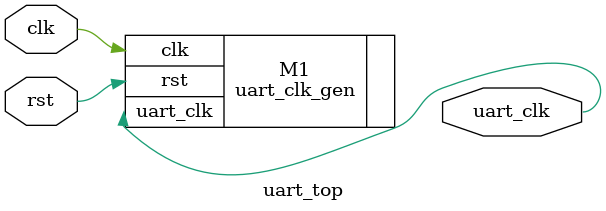
<source format=v>
`timescale 1ns / 1ps

module uart_top#(
    parameter integer SYS_CLK = 100000000,
                      BAUD_RATE = 115200,
                      OVERSAMPLING_FACTOR = 16
)( 
    input clk,
    input rst,
    output uart_clk
);

    uart_clk_gen #(.SYS_CLK(SYS_CLK), .BAUD_RATE(BAUD_RATE), .OVERSAMPLING_FACTOR(OVERSAMPLING_FACTOR)) M1(.clk(clk), .rst(rst), .uart_clk(uart_clk));
endmodule

</source>
